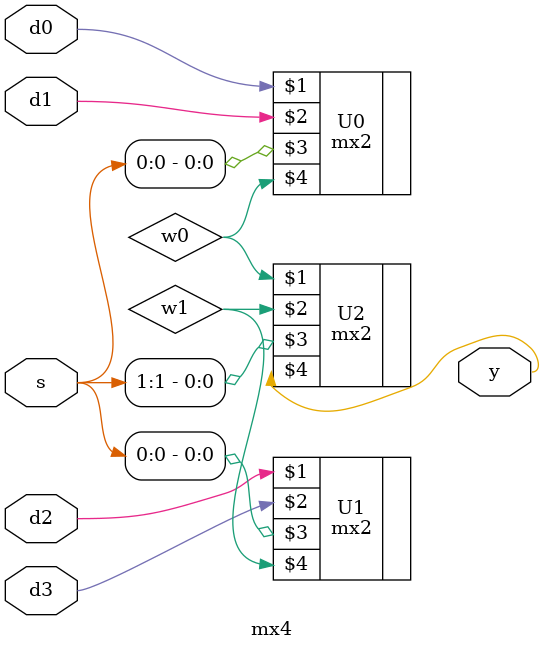
<source format=v>
module mx4(d0, d1, d2, d3, s ,y);
input d0, d1, d2, d3;
input [1:0] s;
output y;
wire w0,w1;
// 4가지 선택지 중 하나를 선택해서 출력하는 multiplexer4
mx2 U0(d0,d1,s[0],w0); 
mx2 U1(d2,d3,s[0],w1);
mx2 U2(w0,w1,s[1],y);
endmodule

</source>
